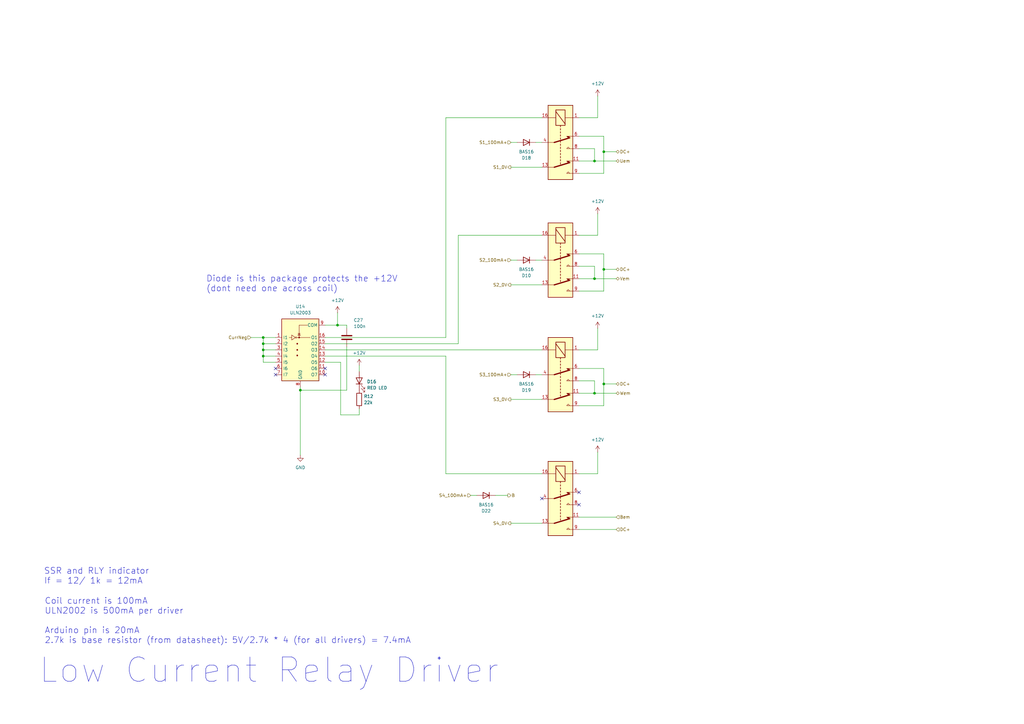
<source format=kicad_sch>
(kicad_sch (version 20231120) (generator "eeschema") (generator_version "8.0")
  (paper "A3")
  (title_block (title "GAVIM V4 TEST 137") (date "2024-06-25") (rev "00.00") (company "Nidec Drives"))
  (lib_symbols
    (symbol "Device:C" (pin_numbers hide) (pin_names (offset 0.254))
      (property "Reference" "C" (at 0.635 2.54 0))
      (property "Value" "C" (at 0.635 -2.54 0))
      (symbol "C_0_1"
        (polyline (pts (xy -2.032 -0.762) (xy 2.032 -0.762)) (stroke (width 0.508)))
        (polyline (pts (xy -2.032 0.762) (xy 2.032 0.762)) (stroke (width 0.508)))
      )
      (symbol "C_1_1"
        (pin passive line (at 0 3.81 270) (length 2.794) (name "~") (number "1"))
        (pin passive line (at 0 -3.81 90) (length 2.794) (name "~") (number "2"))
      )
    )
    (symbol "Device:D" (pin_numbers hide) (pin_names (offset 1.016) hide)
      (property "Reference" "D" (at 0 2.54 0))
      (property "Value" "D" (at 0 -2.54 0))
      (symbol "D_0_1"
        (polyline (pts (xy -1.27 1.27) (xy -1.27 -1.27)) (stroke (width 0.254)))
        (polyline (pts (xy 1.27 0) (xy -1.27 0)))
        (polyline (pts (xy 1.27 1.27) (xy 1.27 -1.27) (xy -1.27 0) (xy 1.27 1.27)) (stroke (width 0.254)))
      )
      (symbol "D_1_1"
        (pin passive line (at -3.81 0 0) (length 2.54) (name "K") (number "1"))
        (pin passive line (at 3.81 0 180) (length 2.54) (name "A") (number "2"))
      )
    )
    (symbol "Device:LED" (pin_numbers hide) (pin_names (offset 1.016) hide)
      (property "Reference" "D" (at 0 2.54 0))
      (property "Value" "LED" (at 0 -2.54 0))
      (symbol "LED_0_1"
        (polyline (pts (xy -1.27 -1.27) (xy -1.27 1.27)) (stroke (width 0.254)))
        (polyline (pts (xy -1.27 0) (xy 1.27 0)))
        (polyline (pts (xy 1.27 -1.27) (xy 1.27 1.27) (xy -1.27 0) (xy 1.27 -1.27)) (stroke (width 0.254)))
        (polyline (pts (xy -3.048 -0.762) (xy -4.572 -2.286) (xy -3.81 -2.286) (xy -4.572 -2.286) (xy -4.572 -1.524)))
        (polyline (pts (xy -1.778 -0.762) (xy -3.302 -2.286) (xy -2.54 -2.286) (xy -3.302 -2.286) (xy -3.302 -1.524)))
      )
      (symbol "LED_1_1"
        (pin passive line (at -3.81 0 0) (length 2.54) (name "K") (number "1"))
        (pin passive line (at 3.81 0 180) (length 2.54) (name "A") (number "2"))
      )
    )
    (symbol "Device:R" (pin_numbers hide) (pin_names (offset 0))
      (property "Reference" "R" (at 2.032 0 90))
      (property "Value" "R" (at 0 0 90))
      (symbol "R_0_1"
        (rectangle (start -1.016 -2.54) (end 1.016 2.54) (stroke (width 0.254)))
      )
      (symbol "R_1_1"
        (pin passive line (at 0 3.81 270) (length 1.27) (name "~") (number "1"))
        (pin passive line (at 0 -3.81 90) (length 1.27) (name "~") (number "2"))
      )
    )
    (symbol "Relay:G5V-2"
      (property "Reference" "K" (at 16.51 3.81 0))
      (property "Value" "G5V-2" (at 16.51 1.27 0))
      (symbol "G5V-2_0_1"
        (rectangle (start -15.24 5.08) (end 15.24 -5.08) (stroke (width 0.254)) (fill (type background)))
        (rectangle (start -13.335 1.905) (end -6.985 -1.905) (stroke (width 0.254)))
        (polyline (pts (xy -12.7 -1.905) (xy -7.62 1.905)) (stroke (width 0.254)))
        (polyline (pts (xy -10.16 -5.08) (xy -10.16 -1.905)))
        (polyline (pts (xy -10.16 5.08) (xy -10.16 1.905)))
        (polyline (pts (xy -6.985 0) (xy -6.35 0)) (stroke (width 0.254)))
        (polyline (pts (xy -5.715 0) (xy -5.08 0)) (stroke (width 0.254)))
        (polyline (pts (xy -4.445 0) (xy -3.81 0)) (stroke (width 0.254)))
        (polyline (pts (xy -3.175 0) (xy -2.54 0)) (stroke (width 0.254)))
        (polyline (pts (xy -1.905 0) (xy -1.27 0)) (stroke (width 0.254)))
        (polyline (pts (xy -0.635 0) (xy 0 0)) (stroke (width 0.254)))
        (polyline (pts (xy 0 -2.54) (xy -1.905 3.81)) (stroke (width 0.508)))
        (polyline (pts (xy 0 -2.54) (xy 0 -5.08)))
        (polyline (pts (xy 0.635 0) (xy 1.27 0)) (stroke (width 0.254)))
        (polyline (pts (xy 1.905 0) (xy 2.54 0)) (stroke (width 0.254)))
        (polyline (pts (xy 3.175 0) (xy 3.81 0)) (stroke (width 0.254)))
        (polyline (pts (xy 4.445 0) (xy 5.08 0)) (stroke (width 0.254)))
        (polyline (pts (xy 5.715 0) (xy 6.35 0)) (stroke (width 0.254)))
        (polyline (pts (xy 6.985 0) (xy 7.62 0)) (stroke (width 0.254)))
        (polyline (pts (xy 8.255 0) (xy 8.89 0)) (stroke (width 0.254)))
        (polyline (pts (xy 10.16 -2.54) (xy 8.255 3.81)) (stroke (width 0.508)))
        (polyline (pts (xy 10.16 -2.54) (xy 10.16 -5.08)))
        (polyline (pts (xy -2.54 5.08) (xy -2.54 2.54) (xy -1.905 3.175) (xy -2.54 3.81)) (fill (type outline)))
        (polyline (pts (xy 2.54 5.08) (xy 2.54 2.54) (xy 1.905 3.175) (xy 2.54 3.81)))
        (polyline (pts (xy 7.62 5.08) (xy 7.62 2.54) (xy 8.255 3.175) (xy 7.62 3.81)) (fill (type outline)))
        (polyline (pts (xy 12.7 5.08) (xy 12.7 2.54) (xy 12.065 3.175) (xy 12.7 3.81)))
      )
      (symbol "G5V-2_1_1"
        (pin passive line (at -10.16 7.62 270) (length 2.54) (name "~") (number "1"))
        (pin passive line (at 7.62 7.62 270) (length 2.54) (name "~") (number "11"))
        (pin passive line (at 10.16 -7.62 90) (length 2.54) (name "~") (number "13"))
        (pin passive line (at -10.16 -7.62 90) (length 2.54) (name "~") (number "16"))
        (pin passive line (at 0 -7.62 90) (length 2.54) (name "~") (number "4"))
        (pin passive line (at -2.54 7.62 270) (length 2.54) (name "~") (number "6"))
        (pin passive line (at 2.54 7.62 270) (length 2.54) (name "~") (number "8"))
        (pin passive line (at 12.7 7.62 270) (length 2.54) (name "~") (number "9"))
      )
    )
    (symbol "Transistor_Array:ULN2003"
      (property "Reference" "U" (at 0 15.875 0))
      (property "Value" "ULN2003" (at 0 13.97 0))
      (symbol "ULN2003_0_1"
        (rectangle (start -7.62 -12.7) (end 7.62 12.7) (stroke (width 0.254)) (fill (type background)))
        (circle (center -1.778 5.08) (radius 0.254))
        (circle (center -1.27 -2.286) (radius 0.254) (fill (type outline)))
        (circle (center -1.27 0) (radius 0.254) (fill (type outline)))
        (circle (center -1.27 2.54) (radius 0.254) (fill (type outline)))
        (circle (center -0.508 5.08) (radius 0.254) (fill (type outline)))
        (polyline (pts (xy -4.572 5.08) (xy -3.556 5.08)))
        (polyline (pts (xy -1.524 5.08) (xy 4.064 5.08)))
        (polyline (pts (xy 0 6.731) (xy -1.016 6.731)))
        (polyline (pts (xy -0.508 5.08) (xy -0.508 10.16) (xy 2.921 10.16)))
        (polyline (pts (xy -3.556 6.096) (xy -3.556 4.064) (xy -2.032 5.08) (xy -3.556 6.096)))
        (polyline (pts (xy 0 5.969) (xy -1.016 5.969) (xy -0.508 6.731) (xy 0 5.969)))
      )
      (symbol "ULN2003_1_1"
        (pin input line (at -10.16 5.08 0) (length 2.54) (name "I1") (number "1"))
        (pin open_collector line (at 10.16 -10.16 180) (length 2.54) (name "O7") (number "10"))
        (pin open_collector line (at 10.16 -7.62 180) (length 2.54) (name "O6") (number "11"))
        (pin open_collector line (at 10.16 -5.08 180) (length 2.54) (name "O5") (number "12"))
        (pin open_collector line (at 10.16 -2.54 180) (length 2.54) (name "O4") (number "13"))
        (pin open_collector line (at 10.16 0 180) (length 2.54) (name "O3") (number "14"))
        (pin open_collector line (at 10.16 2.54 180) (length 2.54) (name "O2") (number "15"))
        (pin open_collector line (at 10.16 5.08 180) (length 2.54) (name "O1") (number "16"))
        (pin input line (at -10.16 2.54 0) (length 2.54) (name "I2") (number "2"))
        (pin input line (at -10.16 0 0) (length 2.54) (name "I3") (number "3"))
        (pin input line (at -10.16 -2.54 0) (length 2.54) (name "I4") (number "4"))
        (pin input line (at -10.16 -5.08 0) (length 2.54) (name "I5") (number "5"))
        (pin input line (at -10.16 -7.62 0) (length 2.54) (name "I6") (number "6"))
        (pin input line (at -10.16 -10.16 0) (length 2.54) (name "I7") (number "7"))
        (pin power_in line (at 0 -15.24 90) (length 2.54) (name "GND") (number "8"))
        (pin passive line (at 10.16 10.16 180) (length 2.54) (name "COM") (number "9"))
      )
    )
    (symbol "power:+12V" (power) (pin_numbers hide) (pin_names (offset 0) hide)
      (property "Value" "+12V" (at 0 3.556 0))
      (symbol "+12V_0_1"
        (polyline (pts (xy -0.762 1.27) (xy 0 2.54)))
        (polyline (pts (xy 0 0) (xy 0 2.54)))
        (polyline (pts (xy 0 2.54) (xy 0.762 1.27)))
      )
      (symbol "+12V_1_1"
        (pin power_in line (at 0 0 90) (length 0) (name "~") (number "1"))
      )
    )
    (symbol "power:GND" (power) (pin_numbers hide) (pin_names (offset 0) hide)
      (property "Value" "GND" (at 0 -3.81 0))
      (symbol "GND_0_1"
        (polyline (pts (xy 0 0) (xy 0 -1.27) (xy 1.27 -1.27) (xy 0 -2.54) (xy -1.27 -1.27) (xy 0 -1.27)))
      )
      (symbol "GND_1_1"
        (pin power_in line (at 0 0 270) (length 0) (name "~") (number "1"))
      )
    )
  )
  (junction (at 138.43 133.35))
  (junction (at 107.95 138.43))
  (junction (at 243.84 66.04))
  (junction (at 107.95 140.97))
  (junction (at 107.95 143.51))
  (junction (at 247.65 62.23))
  (junction (at 243.84 114.3))
  (junction (at 107.95 146.05))
  (junction (at 247.65 110.49))
  (junction (at 243.84 161.29))
  (junction (at 247.65 157.48))
  (junction (at 123.19 160.02))
  (no_connect (at 113.03 153.67))
  (no_connect (at 133.35 151.13))
  (no_connect (at 222.25 204.47))
  (no_connect (at 237.49 201.93))
  (no_connect (at 237.49 207.01))
  (no_connect (at 113.03 151.13))
  (no_connect (at 133.35 153.67))
  (wire (pts (xy 107.95 146.05) (xy 107.95 143.51)))
  (wire (pts (xy 182.88 146.05) (xy 182.88 194.31)))
  (wire (pts (xy 193.04 203.2) (xy 195.58 203.2)))
  (wire (pts (xy 245.11 185.42) (xy 245.11 194.31)))
  (wire (pts (xy 139.7 170.18) (xy 139.7 148.59)))
  (wire (pts (xy 138.43 128.27) (xy 138.43 133.35)))
  (wire (pts (xy 247.65 166.37) (xy 237.49 166.37)))
  (wire (pts (xy 209.55 153.67) (xy 212.09 153.67)))
  (wire (pts (xy 139.7 148.59) (xy 133.35 148.59)))
  (wire (pts (xy 247.65 62.23) (xy 252.73 62.23)))
  (wire (pts (xy 209.55 68.58) (xy 222.25 68.58)))
  (wire (pts (xy 133.35 146.05) (xy 182.88 146.05)))
  (wire (pts (xy 243.84 161.29) (xy 237.49 161.29)))
  (wire (pts (xy 247.65 157.48) (xy 252.73 157.48)))
  (wire (pts (xy 107.95 143.51) (xy 107.95 140.97)))
  (wire (pts (xy 142.24 133.35) (xy 138.43 133.35)))
  (wire (pts (xy 237.49 48.26) (xy 245.11 48.26)))
  (wire (pts (xy 147.32 170.18) (xy 139.7 170.18)))
  (wire (pts (xy 247.65 119.38) (xy 237.49 119.38)))
  (wire (pts (xy 107.95 146.05) (xy 107.95 148.59)))
  (wire (pts (xy 133.35 143.51) (xy 222.25 143.51)))
  (wire (pts (xy 107.95 140.97) (xy 107.95 138.43)))
  (wire (pts (xy 209.55 116.84) (xy 222.25 116.84)))
  (wire (pts (xy 113.03 146.05) (xy 107.95 146.05)))
  (wire (pts (xy 247.65 157.48) (xy 247.65 166.37)))
  (wire (pts (xy 237.49 212.09) (xy 252.73 212.09)))
  (wire (pts (xy 113.03 143.51) (xy 107.95 143.51)))
  (wire (pts (xy 219.71 58.42) (xy 222.25 58.42)))
  (wire (pts (xy 243.84 114.3) (xy 252.73 114.3)))
  (wire (pts (xy 182.88 138.43) (xy 133.35 138.43)))
  (wire (pts (xy 209.55 163.83) (xy 222.25 163.83)))
  (wire (pts (xy 245.11 87.63) (xy 245.11 96.52)))
  (wire (pts (xy 237.49 151.13) (xy 247.65 151.13)))
  (wire (pts (xy 243.84 114.3) (xy 237.49 114.3)))
  (wire (pts (xy 237.49 109.22) (xy 243.84 109.22)))
  (wire (pts (xy 247.65 55.88) (xy 247.65 62.23)))
  (wire (pts (xy 219.71 106.68) (xy 222.25 106.68)))
  (wire (pts (xy 245.11 39.37) (xy 245.11 48.26)))
  (wire (pts (xy 209.55 214.63) (xy 222.25 214.63)))
  (wire (pts (xy 237.49 217.17) (xy 252.73 217.17)))
  (wire (pts (xy 113.03 140.97) (xy 107.95 140.97)))
  (wire (pts (xy 219.71 153.67) (xy 222.25 153.67)))
  (wire (pts (xy 243.84 60.96) (xy 243.84 66.04)))
  (wire (pts (xy 237.49 55.88) (xy 247.65 55.88)))
  (wire (pts (xy 243.84 109.22) (xy 243.84 114.3)))
  (wire (pts (xy 209.55 58.42) (xy 212.09 58.42)))
  (wire (pts (xy 142.24 142.24) (xy 142.24 160.02)))
  (wire (pts (xy 247.65 110.49) (xy 247.65 119.38)))
  (wire (pts (xy 142.24 160.02) (xy 123.19 160.02)))
  (wire (pts (xy 187.96 140.97) (xy 187.96 96.52)))
  (wire (pts (xy 237.49 96.52) (xy 245.11 96.52)))
  (wire (pts (xy 182.88 48.26) (xy 222.25 48.26)))
  (wire (pts (xy 237.49 60.96) (xy 243.84 60.96)))
  (wire (pts (xy 247.65 62.23) (xy 247.65 71.12)))
  (wire (pts (xy 102.87 138.43) (xy 107.95 138.43)))
  (wire (pts (xy 237.49 104.14) (xy 247.65 104.14)))
  (wire (pts (xy 237.49 194.31) (xy 245.11 194.31)))
  (wire (pts (xy 209.55 106.68) (xy 212.09 106.68)))
  (wire (pts (xy 245.11 134.62) (xy 245.11 143.51)))
  (wire (pts (xy 243.84 66.04) (xy 237.49 66.04)))
  (wire (pts (xy 123.19 158.75) (xy 123.19 160.02)))
  (wire (pts (xy 203.2 203.2) (xy 208.28 203.2)))
  (wire (pts (xy 237.49 156.21) (xy 243.84 156.21)))
  (wire (pts (xy 247.65 110.49) (xy 252.73 110.49)))
  (wire (pts (xy 147.32 170.18) (xy 147.32 167.64)))
  (wire (pts (xy 243.84 156.21) (xy 243.84 161.29)))
  (wire (pts (xy 142.24 134.62) (xy 142.24 133.35)))
  (wire (pts (xy 113.03 148.59) (xy 107.95 148.59)))
  (wire (pts (xy 107.95 138.43) (xy 113.03 138.43)))
  (wire (pts (xy 147.32 149.86) (xy 147.32 152.4)))
  (wire (pts (xy 133.35 133.35) (xy 138.43 133.35)))
  (wire (pts (xy 243.84 161.29) (xy 252.73 161.29)))
  (wire (pts (xy 237.49 143.51) (xy 245.11 143.51)))
  (wire (pts (xy 247.65 104.14) (xy 247.65 110.49)))
  (wire (pts (xy 182.88 48.26) (xy 182.88 138.43)))
  (wire (pts (xy 182.88 194.31) (xy 222.25 194.31)))
  (wire (pts (xy 243.84 66.04) (xy 252.73 66.04)))
  (wire (pts (xy 133.35 140.97) (xy 187.96 140.97)))
  (wire (pts (xy 247.65 71.12) (xy 237.49 71.12)))
  (wire (pts (xy 247.65 151.13) (xy 247.65 157.48)))
  (wire (pts (xy 123.19 160.02) (xy 123.19 186.69)))
  (wire (pts (xy 187.96 96.52) (xy 222.25 96.52)))
  (text "Low Current Relay Driver" (at 15.748 280.924 0) (effects (font (size 10 10)) (justify left bottom)))
  (text "SSR and RLY indicator\nIf = 12/ 1k = 12mA" (at 18.034 239.776 0) (effects (font (size 2.5 2.5)) (justify left bottom)))
  (text "Diode is this package protects the +12V \n(dont need one across coil)" (at 84.582 119.888 0) (effects (font (size 2.5 2.5)) (justify left bottom)))
  (text "Coil current is 100mA\nULN2002 is 500mA per driver\n\nArduino pin is 20mA\n2.7k is base resistor (from datasheet): 5V/2.7k * 4 (for all drivers) = 7.4mA\n" (at 18.288 264.16 0) (effects (font (size 2.5 2.5)) (justify left bottom)))
  (hierarchical_label "DC+" (shape input) (at 252.73 217.17 0))
  (hierarchical_label "Vem" (shape bidirectional) (at 252.73 114.3 0))
  (hierarchical_label "S1_0V" (shape output) (at 209.55 68.58 180))
  (hierarchical_label "S2_0V" (shape output) (at 209.55 116.84 180))
  (hierarchical_label "S4_0V" (shape output) (at 209.55 214.63 180))
  (hierarchical_label "S3_0V" (shape output) (at 209.55 163.83 180))
  (hierarchical_label "Bem" (shape input) (at 252.73 212.09 0))
  (hierarchical_label "S4_100mA+" (shape input) (at 193.04 203.2 180))
  (hierarchical_label "B" (shape output) (at 208.28 203.2 0))
  (hierarchical_label "CurrNeg" (shape input) (at 102.87 138.43 180))
  (hierarchical_label "S1_100mA+" (shape input) (at 209.55 58.42 180))
  (hierarchical_label "Wem" (shape bidirectional) (at 252.73 161.29 0))
  (hierarchical_label "S3_100mA+" (shape input) (at 209.55 153.67 180))
  (hierarchical_label "DC+" (shape bidirectional) (at 252.73 62.23 0))
  (hierarchical_label "Uem" (shape bidirectional) (at 252.73 66.04 0))
  (hierarchical_label "DC+" (shape bidirectional) (at 252.73 157.48 0))
  (hierarchical_label "S2_100mA+" (shape input) (at 209.55 106.68 180))
  (hierarchical_label "DC+" (shape bidirectional) (at 252.73 110.49 0))
  (symbol (lib_id "power:+12V") (at 147.32 149.86 0) (unit 1)
    (property "Reference" "#PWR019" (effects (hide yes)))
    (property "Value" "+12V" (at 147.32 144.78 0))
    (property "Description" "Power symbol creates a global label with name \"+12V\"" (effects (hide yes)))
  )
  (symbol (lib_id "power:+12V") (at 138.43 128.27 0) (unit 1)
    (property "Reference" "#PWR029" (effects (hide yes)))
    (property "Value" "+12V" (at 138.43 123.19 0))
    (property "Description" "Power symbol creates a global label with name \"+12V\"" (effects (hide yes)))
  )
  (symbol (lib_id "Device:D") (at 215.9 58.42 180) (unit 1)
    (property "Reference" "D18" (at 215.9 64.77 0))
    (property "Value" "BAS16" (at 215.9 62.23 0))
    (property "Footprint" "Imported Parts:BAS16" (effects (hide yes)))
    (property "Datasheet" "https://assets.nexperia.com/documents/data-sheet/BAS16_SER.pdf" (effects (hide yes)))
    (property "Sim.Device" "D" (effects (hide yes)))
    (property "Sim.Pins" "1=K 2=A" (effects (hide yes)))
    (property "CT Part Number" "2121-4307" (effects (hide yes)))
  )
  (symbol (lib_id "Relay:G5V-2") (at 229.87 204.47 270) (unit 1)
    (property "Reference" "K4" (effects (hide yes)))
    (property "Value" "G5V-2 DC12" (effects (hide yes)))
    (property "Footprint" "Relay_THT:Relay_DPDT_Omron_G5V-2" (effects (hide yes)))
    (property "Datasheet" "http://omronfs.omron.com/en_US/ecb/products/pdf/en-g5v_2.pdf" (effects (hide yes)))
    (property "Description" "Relay Miniature Omron DPDT" (effects (hide yes)))
    (property "CT Part Number" "N/A" (effects (hide yes)))
    (property "Link (Ext)" "https://www.mouser.co.uk/ProductDetail/Omron-Electronics/G5V-2-DC12?qs=lK7M36XCk6JxdWY%2FV6sVqw%3D%3D" (effects (hide yes)))
  )
  (symbol (lib_id "Relay:G5V-2") (at 229.87 153.67 270) (unit 1)
    (property "Reference" "K3" (effects (hide yes)))
    (property "Value" "G5V-2 DC12" (effects (hide yes)))
    (property "Footprint" "Relay_THT:Relay_DPDT_Omron_G5V-2" (effects (hide yes)))
    (property "Datasheet" "http://omronfs.omron.com/en_US/ecb/products/pdf/en-g5v_2.pdf" (effects (hide yes)))
    (property "Description" "Relay Miniature Omron DPDT" (effects (hide yes)))
    (property "CT Part Number" "N/A" (effects (hide yes)))
    (property "Link (Ext)" "https://www.mouser.co.uk/ProductDetail/Omron-Electronics/G5V-2-DC12?qs=lK7M36XCk6JxdWY%2FV6sVqw%3D%3D" (effects (hide yes)))
  )
  (symbol (lib_id "Device:LED") (at 147.32 156.21 90) (unit 1)
    (property "Reference" "D16" (at 150.495 156.5275 90) (effects (justify right)))
    (property "Value" "RED LED" (at 150.495 159.0675 90) (effects (justify right)))
    (property "Footprint" "LED_THT:LED_D4.0mm" (effects (hide yes)))
    (property "CT Part Number" "N/A" (effects (hide yes)))
  )
  (symbol (lib_id "power:+12V") (at 245.11 134.62 0) (unit 1)
    (property "Reference" "#PWR056" (effects (hide yes)))
    (property "Value" "+12V" (at 245.11 129.54 0))
    (property "Description" "Power symbol creates a global label with name \"+12V\"" (effects (hide yes)))
  )
  (symbol (lib_id "Device:R") (at 147.32 163.83 0) (unit 1)
    (property "Reference" "R12" (at 149.225 162.56 0) (effects (justify left)))
    (property "Value" "22k" (at 149.225 165.1 0) (effects (justify left)))
    (property "Footprint" "Resistor_SMD:R_0603_1608Metric_Pad0.98x0.95mm_HandSolder" (effects (hide yes)))
    (property "CT Part Number" "1127-4101" (effects (hide yes)))
  )
  (symbol (lib_id "Relay:G5V-2") (at 229.87 106.68 270) (unit 1)
    (property "Reference" "K2" (effects (hide yes)))
    (property "Value" "G5V-2 DC12" (effects (hide yes)))
    (property "Footprint" "Relay_THT:Relay_DPDT_Omron_G5V-2" (effects (hide yes)))
    (property "Datasheet" "http://omronfs.omron.com/en_US/ecb/products/pdf/en-g5v_2.pdf" (effects (hide yes)))
    (property "Description" "Relay Miniature Omron DPDT" (effects (hide yes)))
    (property "CT Part Number" "N/A" (effects (hide yes)))
    (property "Link (Ext)" "https://www.mouser.co.uk/ProductDetail/Omron-Electronics/G5V-2-DC12?qs=lK7M36XCk6JxdWY%2FV6sVqw%3D%3D" (effects (hide yes)))
  )
  (symbol (lib_id "power:+12V") (at 245.11 87.63 0) (unit 1)
    (property "Reference" "#PWR047" (effects (hide yes)))
    (property "Value" "+12V" (at 245.11 82.55 0))
    (property "Description" "Power symbol creates a global label with name \"+12V\"" (effects (hide yes)))
  )
  (symbol (lib_id "Device:D") (at 199.39 203.2 180) (unit 1)
    (property "Reference" "D22" (at 199.39 209.55 0))
    (property "Value" "BAS16" (at 199.39 207.01 0))
    (property "Footprint" "Imported Parts:BAS16" (effects (hide yes)))
    (property "Datasheet" "https://assets.nexperia.com/documents/data-sheet/BAS16_SER.pdf" (effects (hide yes)))
    (property "Sim.Device" "D" (effects (hide yes)))
    (property "Sim.Pins" "1=K 2=A" (effects (hide yes)))
    (property "CT Part Number" "2121-4307" (effects (hide yes)))
  )
  (symbol (lib_id "Transistor_Array:ULN2003") (at 123.19 143.51 0) (unit 1)
    (property "Reference" "U14" (at 123.19 125.73 0))
    (property "Value" "ULN2003" (at 123.19 128.27 0))
    (property "Footprint" "Package_DIP:DIP-16_W7.62mm_LongPads" (effects (hide yes)))
    (property "Datasheet" "http://www.ti.com/lit/ds/symlink/uln2003a.pdf" (effects (hide yes)))
    (property "Description" "High Voltage, High Current Darlington Transistor Arrays, SOIC16/SOIC16W/DIP16/TSSOP16" (effects (hide yes)))
    (property "CT Part Number" "N/A" (effects (hide yes)))
  )
  (symbol (lib_id "power:+12V") (at 245.11 185.42 0) (unit 1)
    (property "Reference" "#PWR060" (effects (hide yes)))
    (property "Value" "+12V" (at 245.11 180.34 0))
    (property "Description" "Power symbol creates a global label with name \"+12V\"" (effects (hide yes)))
  )
  (symbol (lib_id "Relay:G5V-2") (at 229.87 58.42 270) (unit 1)
    (property "Reference" "K1" (effects (hide yes)))
    (property "Value" "G5V-2 DC12" (effects (hide yes)))
    (property "Footprint" "Relay_THT:Relay_DPDT_Omron_G5V-2" (effects (hide yes)))
    (property "Datasheet" "http://omronfs.omron.com/en_US/ecb/products/pdf/en-g5v_2.pdf" (effects (hide yes)))
    (property "Description" "Relay Miniature Omron DPDT" (effects (hide yes)))
    (property "CT Part Number" "N/A" (effects (hide yes)))
    (property "Link (Ext)" "https://www.mouser.co.uk/ProductDetail/Omron-Electronics/G5V-2-DC12?qs=lK7M36XCk6JxdWY%2FV6sVqw%3D%3D" (effects (hide yes)))
  )
  (symbol (lib_id "Device:C") (at 142.24 138.43 0) (unit 1)
    (property "Reference" "C27" (at 145.034 131.318 0) (effects (justify left)))
    (property "Value" "100n" (at 145.034 133.858 0) (effects (justify left)))
    (property "Footprint" "Capacitor_SMD:C_0603_1608Metric_Pad1.08x0.95mm_HandSolder" (effects (hide yes)))
    (property "Description" "Unpolarized capacitor" (effects (hide yes)))
    (property "CT Part Number" "1425-6104" (effects (hide yes)))
  )
  (symbol (lib_id "Device:D") (at 215.9 106.68 180) (unit 1)
    (property "Reference" "D10" (at 215.9 113.03 0))
    (property "Value" "BAS16" (at 215.9 110.49 0))
    (property "Footprint" "Imported Parts:BAS16" (effects (hide yes)))
    (property "Datasheet" "https://assets.nexperia.com/documents/data-sheet/BAS16_SER.pdf" (effects (hide yes)))
    (property "Sim.Device" "D" (effects (hide yes)))
    (property "Sim.Pins" "1=K 2=A" (effects (hide yes)))
    (property "CT Part Number" "2121-4307" (effects (hide yes)))
  )
  (symbol (lib_id "power:+12V") (at 245.11 39.37 0) (unit 1)
    (property "Reference" "#PWR053" (effects (hide yes)))
    (property "Value" "+12V" (at 245.11 34.29 0))
    (property "Description" "Power symbol creates a global label with name \"+12V\"" (effects (hide yes)))
  )
  (symbol (lib_id "power:GND") (at 123.19 186.69 0) (unit 1)
    (property "Reference" "#PWR037" (effects (hide yes)))
    (property "Value" "GND" (at 123.19 191.77 0))
    (property "Description" "Power symbol creates a global label with name \"GND\" , ground" (effects (hide yes)))
  )
  (symbol (lib_id "Device:D") (at 215.9 153.67 180) (unit 1)
    (property "Reference" "D19" (at 215.9 160.02 0))
    (property "Value" "BAS16" (at 215.9 157.48 0))
    (property "Footprint" "Imported Parts:BAS16" (effects (hide yes)))
    (property "Datasheet" "https://assets.nexperia.com/documents/data-sheet/BAS16_SER.pdf" (effects (hide yes)))
    (property "Sim.Device" "D" (effects (hide yes)))
    (property "Sim.Pins" "1=K 2=A" (effects (hide yes)))
    (property "CT Part Number" "2121-4307" (effects (hide yes)))
  )
)
</source>
